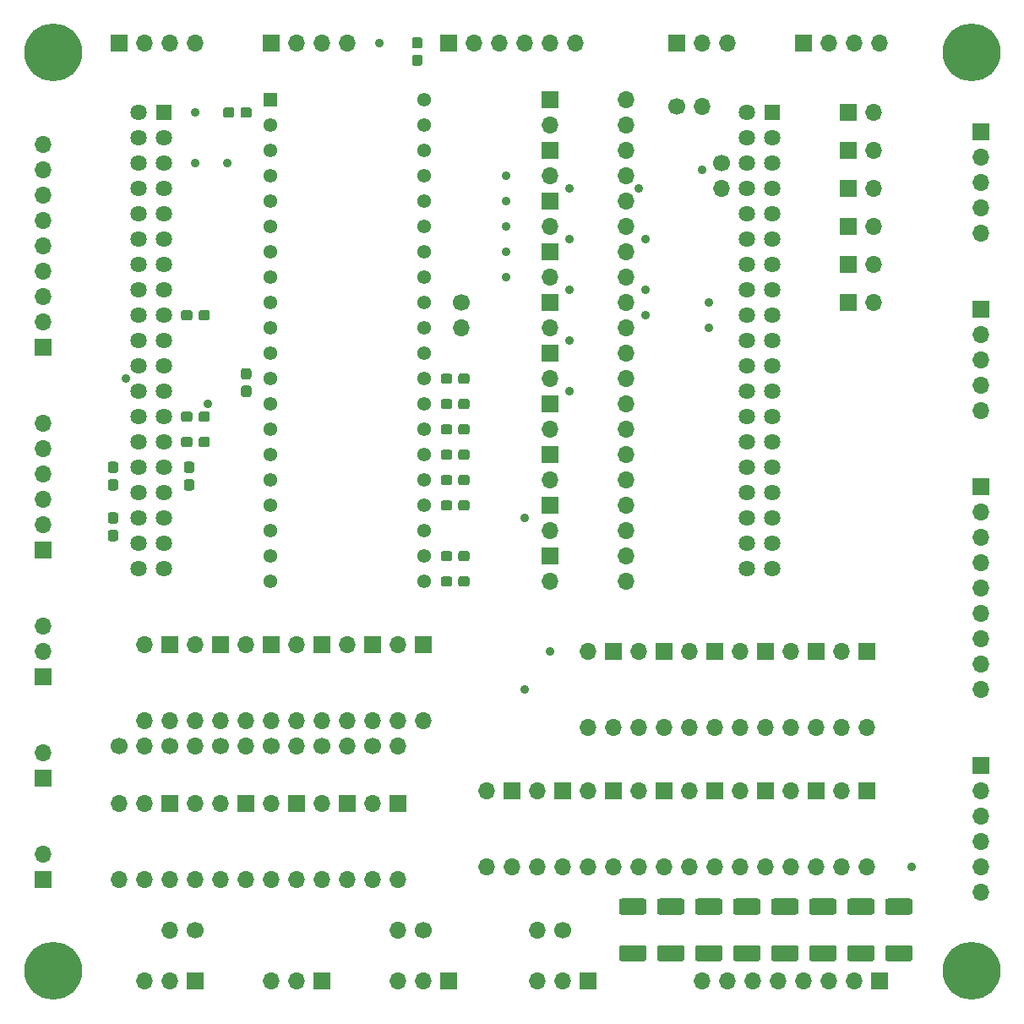
<source format=gts>
G04 #@! TF.GenerationSoftware,KiCad,Pcbnew,(5.1.6)-1*
G04 #@! TF.CreationDate,2023-04-05T00:11:33+09:00*
G04 #@! TF.ProjectId,SubPCB,53756250-4342-42e6-9b69-6361645f7063,rev?*
G04 #@! TF.SameCoordinates,Original*
G04 #@! TF.FileFunction,Soldermask,Top*
G04 #@! TF.FilePolarity,Negative*
%FSLAX46Y46*%
G04 Gerber Fmt 4.6, Leading zero omitted, Abs format (unit mm)*
G04 Created by KiCad (PCBNEW (5.1.6)-1) date 2023-04-05 00:11:33*
%MOMM*%
%LPD*%
G01*
G04 APERTURE LIST*
%ADD10O,1.700000X1.700000*%
%ADD11R,1.700000X1.700000*%
%ADD12R,1.630000X1.630000*%
%ADD13C,1.630000*%
%ADD14C,1.700000*%
%ADD15C,1.380000*%
%ADD16R,1.380000X1.380000*%
%ADD17C,5.800000*%
%ADD18C,0.900000*%
G04 APERTURE END LIST*
D10*
X83185000Y-6985000D03*
D11*
X80645000Y-6985000D03*
D10*
X83185000Y-10795000D03*
D11*
X80645000Y-10795000D03*
D10*
X83185000Y-14605000D03*
D11*
X80645000Y-14605000D03*
D10*
X83185000Y-18415000D03*
D11*
X80645000Y-18415000D03*
D10*
X83185000Y-22225000D03*
D11*
X80645000Y-22225000D03*
D10*
X83185000Y-26035000D03*
D11*
X80645000Y-26035000D03*
D12*
X73025000Y-6985000D03*
D13*
X73025000Y-52705000D03*
X70485000Y-6985000D03*
X73025000Y-9525000D03*
X70485000Y-9525000D03*
X73025000Y-12065000D03*
X70485000Y-12065000D03*
X73025000Y-14605000D03*
X70485000Y-14605000D03*
X73025000Y-17145000D03*
X70485000Y-17145000D03*
X73025000Y-19685000D03*
X70485000Y-19685000D03*
X73025000Y-22225000D03*
X70485000Y-22225000D03*
X73025000Y-24765000D03*
X70485000Y-24765000D03*
X73025000Y-27305000D03*
X70485000Y-27305000D03*
X73025000Y-29845000D03*
X70485000Y-29845000D03*
X73025000Y-32385000D03*
X70485000Y-32385000D03*
X73025000Y-34925000D03*
X70485000Y-34925000D03*
X73025000Y-37465000D03*
X70485000Y-37465000D03*
X73025000Y-40005000D03*
X70485000Y-40005000D03*
X73025000Y-42545000D03*
X70485000Y-42545000D03*
X73025000Y-45085000D03*
X70485000Y-45085000D03*
X73025000Y-47625000D03*
X70485000Y-47625000D03*
X73025000Y-50165000D03*
X70485000Y-50165000D03*
X70485000Y-52705000D03*
D12*
X12065000Y-6985000D03*
D13*
X12065000Y-52705000D03*
X9525000Y-6985000D03*
X12065000Y-9525000D03*
X9525000Y-9525000D03*
X12065000Y-12065000D03*
X9525000Y-12065000D03*
X12065000Y-14605000D03*
X9525000Y-14605000D03*
X12065000Y-17145000D03*
X9525000Y-17145000D03*
X12065000Y-19685000D03*
X9525000Y-19685000D03*
X12065000Y-22225000D03*
X9525000Y-22225000D03*
X12065000Y-24765000D03*
X9525000Y-24765000D03*
X12065000Y-27305000D03*
X9525000Y-27305000D03*
X12065000Y-29845000D03*
X9525000Y-29845000D03*
X12065000Y-32385000D03*
X9525000Y-32385000D03*
X12065000Y-34925000D03*
X9525000Y-34925000D03*
X12065000Y-37465000D03*
X9525000Y-37465000D03*
X12065000Y-40005000D03*
X9525000Y-40005000D03*
X12065000Y-42545000D03*
X9525000Y-42545000D03*
X12065000Y-45085000D03*
X9525000Y-45085000D03*
X12065000Y-47625000D03*
X9525000Y-47625000D03*
X12065000Y-50165000D03*
X9525000Y-50165000D03*
X9525000Y-52705000D03*
G36*
G01*
X20582500Y-33750000D02*
X20057500Y-33750000D01*
G75*
G02*
X19795000Y-33487500I0J262500D01*
G01*
X19795000Y-32862500D01*
G75*
G02*
X20057500Y-32600000I262500J0D01*
G01*
X20582500Y-32600000D01*
G75*
G02*
X20845000Y-32862500I0J-262500D01*
G01*
X20845000Y-33487500D01*
G75*
G02*
X20582500Y-33750000I-262500J0D01*
G01*
G37*
G36*
G01*
X20582500Y-35500000D02*
X20057500Y-35500000D01*
G75*
G02*
X19795000Y-35237500I0J262500D01*
G01*
X19795000Y-34612500D01*
G75*
G02*
X20057500Y-34350000I262500J0D01*
G01*
X20582500Y-34350000D01*
G75*
G02*
X20845000Y-34612500I0J-262500D01*
G01*
X20845000Y-35237500D01*
G75*
G02*
X20582500Y-35500000I-262500J0D01*
G01*
G37*
G36*
G01*
X19745000Y-7247500D02*
X19745000Y-6722500D01*
G75*
G02*
X20007500Y-6460000I262500J0D01*
G01*
X20632500Y-6460000D01*
G75*
G02*
X20895000Y-6722500I0J-262500D01*
G01*
X20895000Y-7247500D01*
G75*
G02*
X20632500Y-7510000I-262500J0D01*
G01*
X20007500Y-7510000D01*
G75*
G02*
X19745000Y-7247500I0J262500D01*
G01*
G37*
G36*
G01*
X17995000Y-7247500D02*
X17995000Y-6722500D01*
G75*
G02*
X18257500Y-6460000I262500J0D01*
G01*
X18882500Y-6460000D01*
G75*
G02*
X19145000Y-6722500I0J-262500D01*
G01*
X19145000Y-7247500D01*
G75*
G02*
X18882500Y-7510000I-262500J0D01*
G01*
X18257500Y-7510000D01*
G75*
G02*
X17995000Y-7247500I0J262500D01*
G01*
G37*
D10*
X25400000Y-93980000D03*
X22860000Y-93980000D03*
D11*
X27940000Y-93980000D03*
X76200000Y0D03*
D10*
X81280000Y0D03*
X78740000Y0D03*
X83820000Y0D03*
X93980000Y-52070000D03*
X93980000Y-46990000D03*
X93980000Y-49530000D03*
D11*
X93980000Y-44450000D03*
D10*
X93980000Y-54610000D03*
X93980000Y-57150000D03*
X93980000Y-59690000D03*
X93980000Y-62230000D03*
X93980000Y-64770000D03*
X46990000Y-82550000D03*
X44450000Y-74930000D03*
X44450000Y-82550000D03*
D11*
X46990000Y-74930000D03*
D10*
X52070000Y-82550000D03*
X49530000Y-74930000D03*
X49530000Y-82550000D03*
D11*
X52070000Y-74930000D03*
D10*
X57150000Y-82550000D03*
X54610000Y-74930000D03*
X54610000Y-82550000D03*
D11*
X57150000Y-74930000D03*
D10*
X62230000Y-82550000D03*
X59690000Y-74930000D03*
X59690000Y-82550000D03*
D11*
X62230000Y-74930000D03*
D10*
X67310000Y-82550000D03*
X64770000Y-74930000D03*
X64770000Y-82550000D03*
D11*
X67310000Y-74930000D03*
D10*
X72390000Y-82550000D03*
X69850000Y-74930000D03*
X69850000Y-82550000D03*
D11*
X72390000Y-74930000D03*
D10*
X77470000Y-82550000D03*
X74930000Y-74930000D03*
X74930000Y-82550000D03*
D11*
X77470000Y-74930000D03*
D10*
X82550000Y-82550000D03*
X80010000Y-74930000D03*
X80010000Y-82550000D03*
D11*
X82550000Y-74930000D03*
D10*
X57150000Y-68580000D03*
X54610000Y-60960000D03*
X54610000Y-68580000D03*
D11*
X57150000Y-60960000D03*
D10*
X62230000Y-68580000D03*
X59690000Y-60960000D03*
X59690000Y-68580000D03*
D11*
X62230000Y-60960000D03*
D10*
X67310000Y-68580000D03*
X64770000Y-60960000D03*
X64770000Y-68580000D03*
D11*
X67310000Y-60960000D03*
D10*
X72390000Y-68580000D03*
X69850000Y-60960000D03*
X69850000Y-68580000D03*
D11*
X72390000Y-60960000D03*
D10*
X77470000Y-68580000D03*
X74930000Y-60960000D03*
X74930000Y-68580000D03*
D11*
X77470000Y-60960000D03*
D10*
X82550000Y-68580000D03*
X80010000Y-60960000D03*
X80010000Y-68580000D03*
D11*
X82550000Y-60960000D03*
D10*
X58420000Y-51435000D03*
X50800000Y-53975000D03*
X58420000Y-53975000D03*
D11*
X50800000Y-51435000D03*
D10*
X58420000Y-46355000D03*
X50800000Y-48895000D03*
X58420000Y-48895000D03*
D11*
X50800000Y-46355000D03*
D10*
X58420000Y-41275000D03*
X50800000Y-43815000D03*
X58420000Y-43815000D03*
D11*
X50800000Y-41275000D03*
D10*
X58420000Y-36195000D03*
X50800000Y-38735000D03*
X58420000Y-38735000D03*
D11*
X50800000Y-36195000D03*
D10*
X58420000Y-31115000D03*
X50800000Y-33655000D03*
X58420000Y-33655000D03*
D11*
X50800000Y-31115000D03*
D10*
X58420000Y-26035000D03*
X50800000Y-28575000D03*
X58420000Y-28575000D03*
D11*
X50800000Y-26035000D03*
D10*
X58420000Y-20955000D03*
X50800000Y-23495000D03*
X58420000Y-23495000D03*
D11*
X50800000Y-20955000D03*
D10*
X58420000Y-15875000D03*
X50800000Y-18415000D03*
X58420000Y-18415000D03*
D11*
X50800000Y-15875000D03*
D10*
X58420000Y-10795000D03*
X50800000Y-13335000D03*
X58420000Y-13335000D03*
D11*
X50800000Y-10795000D03*
D10*
X58420000Y-5715000D03*
X50800000Y-8255000D03*
X58420000Y-8255000D03*
D11*
X50800000Y-5715000D03*
D10*
X12700000Y-67945000D03*
X10160000Y-60325000D03*
X10160000Y-67945000D03*
D11*
X12700000Y-60325000D03*
D10*
X17780000Y-67945000D03*
X15240000Y-60325000D03*
X15240000Y-67945000D03*
D11*
X17780000Y-60325000D03*
D10*
X22860000Y-67945000D03*
X20320000Y-60325000D03*
X20320000Y-67945000D03*
D11*
X22860000Y-60325000D03*
D10*
X27940000Y-67945000D03*
X25400000Y-60325000D03*
X25400000Y-67945000D03*
D11*
X27940000Y-60325000D03*
D10*
X33020000Y-67945000D03*
X30480000Y-60325000D03*
X30480000Y-67945000D03*
D11*
X33020000Y-60325000D03*
D10*
X38100000Y-67945000D03*
X35560000Y-60325000D03*
X35560000Y-67945000D03*
D11*
X38100000Y-60325000D03*
D10*
X25400000Y-83820000D03*
X22860000Y-76200000D03*
X22860000Y-83820000D03*
D11*
X25400000Y-76200000D03*
D10*
X30480000Y-83820000D03*
X27940000Y-76200000D03*
X27940000Y-83820000D03*
D11*
X30480000Y-76200000D03*
D10*
X35560000Y-83820000D03*
X33020000Y-76200000D03*
X33020000Y-83820000D03*
D11*
X35560000Y-76200000D03*
D10*
X12700000Y-83820000D03*
X7620000Y-76200000D03*
X10160000Y-83820000D03*
X10160000Y-76200000D03*
X7620000Y-83820000D03*
D11*
X12700000Y-76200000D03*
D10*
X20320000Y-83820000D03*
X15240000Y-76200000D03*
X17780000Y-83820000D03*
X17780000Y-76200000D03*
X15240000Y-83820000D03*
D11*
X20320000Y-76200000D03*
G36*
G01*
X37727500Y-575000D02*
X37202500Y-575000D01*
G75*
G02*
X36940000Y-312500I0J262500D01*
G01*
X36940000Y312500D01*
G75*
G02*
X37202500Y575000I262500J0D01*
G01*
X37727500Y575000D01*
G75*
G02*
X37990000Y312500I0J-262500D01*
G01*
X37990000Y-312500D01*
G75*
G02*
X37727500Y-575000I-262500J0D01*
G01*
G37*
G36*
G01*
X37727500Y-2325000D02*
X37202500Y-2325000D01*
G75*
G02*
X36940000Y-2062500I0J262500D01*
G01*
X36940000Y-1437500D01*
G75*
G02*
X37202500Y-1175000I262500J0D01*
G01*
X37727500Y-1175000D01*
G75*
G02*
X37990000Y-1437500I0J-262500D01*
G01*
X37990000Y-2062500D01*
G75*
G02*
X37727500Y-2325000I-262500J0D01*
G01*
G37*
G36*
G01*
X60163608Y-87375000D02*
X57946392Y-87375000D01*
G75*
G02*
X57680000Y-87108608I0J266392D01*
G01*
X57680000Y-86016392D01*
G75*
G02*
X57946392Y-85750000I266392J0D01*
G01*
X60163608Y-85750000D01*
G75*
G02*
X60430000Y-86016392I0J-266392D01*
G01*
X60430000Y-87108608D01*
G75*
G02*
X60163608Y-87375000I-266392J0D01*
G01*
G37*
G36*
G01*
X60163608Y-92050000D02*
X57946392Y-92050000D01*
G75*
G02*
X57680000Y-91783608I0J266392D01*
G01*
X57680000Y-90691392D01*
G75*
G02*
X57946392Y-90425000I266392J0D01*
G01*
X60163608Y-90425000D01*
G75*
G02*
X60430000Y-90691392I0J-266392D01*
G01*
X60430000Y-91783608D01*
G75*
G02*
X60163608Y-92050000I-266392J0D01*
G01*
G37*
G36*
G01*
X63973608Y-87375000D02*
X61756392Y-87375000D01*
G75*
G02*
X61490000Y-87108608I0J266392D01*
G01*
X61490000Y-86016392D01*
G75*
G02*
X61756392Y-85750000I266392J0D01*
G01*
X63973608Y-85750000D01*
G75*
G02*
X64240000Y-86016392I0J-266392D01*
G01*
X64240000Y-87108608D01*
G75*
G02*
X63973608Y-87375000I-266392J0D01*
G01*
G37*
G36*
G01*
X63973608Y-92050000D02*
X61756392Y-92050000D01*
G75*
G02*
X61490000Y-91783608I0J266392D01*
G01*
X61490000Y-90691392D01*
G75*
G02*
X61756392Y-90425000I266392J0D01*
G01*
X63973608Y-90425000D01*
G75*
G02*
X64240000Y-90691392I0J-266392D01*
G01*
X64240000Y-91783608D01*
G75*
G02*
X63973608Y-92050000I-266392J0D01*
G01*
G37*
G36*
G01*
X67783608Y-87375000D02*
X65566392Y-87375000D01*
G75*
G02*
X65300000Y-87108608I0J266392D01*
G01*
X65300000Y-86016392D01*
G75*
G02*
X65566392Y-85750000I266392J0D01*
G01*
X67783608Y-85750000D01*
G75*
G02*
X68050000Y-86016392I0J-266392D01*
G01*
X68050000Y-87108608D01*
G75*
G02*
X67783608Y-87375000I-266392J0D01*
G01*
G37*
G36*
G01*
X67783608Y-92050000D02*
X65566392Y-92050000D01*
G75*
G02*
X65300000Y-91783608I0J266392D01*
G01*
X65300000Y-90691392D01*
G75*
G02*
X65566392Y-90425000I266392J0D01*
G01*
X67783608Y-90425000D01*
G75*
G02*
X68050000Y-90691392I0J-266392D01*
G01*
X68050000Y-91783608D01*
G75*
G02*
X67783608Y-92050000I-266392J0D01*
G01*
G37*
G36*
G01*
X71593608Y-87375000D02*
X69376392Y-87375000D01*
G75*
G02*
X69110000Y-87108608I0J266392D01*
G01*
X69110000Y-86016392D01*
G75*
G02*
X69376392Y-85750000I266392J0D01*
G01*
X71593608Y-85750000D01*
G75*
G02*
X71860000Y-86016392I0J-266392D01*
G01*
X71860000Y-87108608D01*
G75*
G02*
X71593608Y-87375000I-266392J0D01*
G01*
G37*
G36*
G01*
X71593608Y-92050000D02*
X69376392Y-92050000D01*
G75*
G02*
X69110000Y-91783608I0J266392D01*
G01*
X69110000Y-90691392D01*
G75*
G02*
X69376392Y-90425000I266392J0D01*
G01*
X71593608Y-90425000D01*
G75*
G02*
X71860000Y-90691392I0J-266392D01*
G01*
X71860000Y-91783608D01*
G75*
G02*
X71593608Y-92050000I-266392J0D01*
G01*
G37*
G36*
G01*
X75403608Y-87375000D02*
X73186392Y-87375000D01*
G75*
G02*
X72920000Y-87108608I0J266392D01*
G01*
X72920000Y-86016392D01*
G75*
G02*
X73186392Y-85750000I266392J0D01*
G01*
X75403608Y-85750000D01*
G75*
G02*
X75670000Y-86016392I0J-266392D01*
G01*
X75670000Y-87108608D01*
G75*
G02*
X75403608Y-87375000I-266392J0D01*
G01*
G37*
G36*
G01*
X75403608Y-92050000D02*
X73186392Y-92050000D01*
G75*
G02*
X72920000Y-91783608I0J266392D01*
G01*
X72920000Y-90691392D01*
G75*
G02*
X73186392Y-90425000I266392J0D01*
G01*
X75403608Y-90425000D01*
G75*
G02*
X75670000Y-90691392I0J-266392D01*
G01*
X75670000Y-91783608D01*
G75*
G02*
X75403608Y-92050000I-266392J0D01*
G01*
G37*
G36*
G01*
X79213608Y-87375000D02*
X76996392Y-87375000D01*
G75*
G02*
X76730000Y-87108608I0J266392D01*
G01*
X76730000Y-86016392D01*
G75*
G02*
X76996392Y-85750000I266392J0D01*
G01*
X79213608Y-85750000D01*
G75*
G02*
X79480000Y-86016392I0J-266392D01*
G01*
X79480000Y-87108608D01*
G75*
G02*
X79213608Y-87375000I-266392J0D01*
G01*
G37*
G36*
G01*
X79213608Y-92050000D02*
X76996392Y-92050000D01*
G75*
G02*
X76730000Y-91783608I0J266392D01*
G01*
X76730000Y-90691392D01*
G75*
G02*
X76996392Y-90425000I266392J0D01*
G01*
X79213608Y-90425000D01*
G75*
G02*
X79480000Y-90691392I0J-266392D01*
G01*
X79480000Y-91783608D01*
G75*
G02*
X79213608Y-92050000I-266392J0D01*
G01*
G37*
G36*
G01*
X83023608Y-87375000D02*
X80806392Y-87375000D01*
G75*
G02*
X80540000Y-87108608I0J266392D01*
G01*
X80540000Y-86016392D01*
G75*
G02*
X80806392Y-85750000I266392J0D01*
G01*
X83023608Y-85750000D01*
G75*
G02*
X83290000Y-86016392I0J-266392D01*
G01*
X83290000Y-87108608D01*
G75*
G02*
X83023608Y-87375000I-266392J0D01*
G01*
G37*
G36*
G01*
X83023608Y-92050000D02*
X80806392Y-92050000D01*
G75*
G02*
X80540000Y-91783608I0J266392D01*
G01*
X80540000Y-90691392D01*
G75*
G02*
X80806392Y-90425000I266392J0D01*
G01*
X83023608Y-90425000D01*
G75*
G02*
X83290000Y-90691392I0J-266392D01*
G01*
X83290000Y-91783608D01*
G75*
G02*
X83023608Y-92050000I-266392J0D01*
G01*
G37*
G36*
G01*
X86833608Y-87375000D02*
X84616392Y-87375000D01*
G75*
G02*
X84350000Y-87108608I0J266392D01*
G01*
X84350000Y-86016392D01*
G75*
G02*
X84616392Y-85750000I266392J0D01*
G01*
X86833608Y-85750000D01*
G75*
G02*
X87100000Y-86016392I0J-266392D01*
G01*
X87100000Y-87108608D01*
G75*
G02*
X86833608Y-87375000I-266392J0D01*
G01*
G37*
G36*
G01*
X86833608Y-92050000D02*
X84616392Y-92050000D01*
G75*
G02*
X84350000Y-91783608I0J266392D01*
G01*
X84350000Y-90691392D01*
G75*
G02*
X84616392Y-90425000I266392J0D01*
G01*
X86833608Y-90425000D01*
G75*
G02*
X87100000Y-90691392I0J-266392D01*
G01*
X87100000Y-91783608D01*
G75*
G02*
X86833608Y-92050000I-266392J0D01*
G01*
G37*
G36*
G01*
X40975000Y-53712500D02*
X40975000Y-54237500D01*
G75*
G02*
X40712500Y-54500000I-262500J0D01*
G01*
X40087500Y-54500000D01*
G75*
G02*
X39825000Y-54237500I0J262500D01*
G01*
X39825000Y-53712500D01*
G75*
G02*
X40087500Y-53450000I262500J0D01*
G01*
X40712500Y-53450000D01*
G75*
G02*
X40975000Y-53712500I0J-262500D01*
G01*
G37*
G36*
G01*
X42725000Y-53712500D02*
X42725000Y-54237500D01*
G75*
G02*
X42462500Y-54500000I-262500J0D01*
G01*
X41837500Y-54500000D01*
G75*
G02*
X41575000Y-54237500I0J262500D01*
G01*
X41575000Y-53712500D01*
G75*
G02*
X41837500Y-53450000I262500J0D01*
G01*
X42462500Y-53450000D01*
G75*
G02*
X42725000Y-53712500I0J-262500D01*
G01*
G37*
G36*
G01*
X40975000Y-51172500D02*
X40975000Y-51697500D01*
G75*
G02*
X40712500Y-51960000I-262500J0D01*
G01*
X40087500Y-51960000D01*
G75*
G02*
X39825000Y-51697500I0J262500D01*
G01*
X39825000Y-51172500D01*
G75*
G02*
X40087500Y-50910000I262500J0D01*
G01*
X40712500Y-50910000D01*
G75*
G02*
X40975000Y-51172500I0J-262500D01*
G01*
G37*
G36*
G01*
X42725000Y-51172500D02*
X42725000Y-51697500D01*
G75*
G02*
X42462500Y-51960000I-262500J0D01*
G01*
X41837500Y-51960000D01*
G75*
G02*
X41575000Y-51697500I0J262500D01*
G01*
X41575000Y-51172500D01*
G75*
G02*
X41837500Y-50910000I262500J0D01*
G01*
X42462500Y-50910000D01*
G75*
G02*
X42725000Y-51172500I0J-262500D01*
G01*
G37*
G36*
G01*
X40975000Y-46092500D02*
X40975000Y-46617500D01*
G75*
G02*
X40712500Y-46880000I-262500J0D01*
G01*
X40087500Y-46880000D01*
G75*
G02*
X39825000Y-46617500I0J262500D01*
G01*
X39825000Y-46092500D01*
G75*
G02*
X40087500Y-45830000I262500J0D01*
G01*
X40712500Y-45830000D01*
G75*
G02*
X40975000Y-46092500I0J-262500D01*
G01*
G37*
G36*
G01*
X42725000Y-46092500D02*
X42725000Y-46617500D01*
G75*
G02*
X42462500Y-46880000I-262500J0D01*
G01*
X41837500Y-46880000D01*
G75*
G02*
X41575000Y-46617500I0J262500D01*
G01*
X41575000Y-46092500D01*
G75*
G02*
X41837500Y-45830000I262500J0D01*
G01*
X42462500Y-45830000D01*
G75*
G02*
X42725000Y-46092500I0J-262500D01*
G01*
G37*
G36*
G01*
X40975000Y-43552500D02*
X40975000Y-44077500D01*
G75*
G02*
X40712500Y-44340000I-262500J0D01*
G01*
X40087500Y-44340000D01*
G75*
G02*
X39825000Y-44077500I0J262500D01*
G01*
X39825000Y-43552500D01*
G75*
G02*
X40087500Y-43290000I262500J0D01*
G01*
X40712500Y-43290000D01*
G75*
G02*
X40975000Y-43552500I0J-262500D01*
G01*
G37*
G36*
G01*
X42725000Y-43552500D02*
X42725000Y-44077500D01*
G75*
G02*
X42462500Y-44340000I-262500J0D01*
G01*
X41837500Y-44340000D01*
G75*
G02*
X41575000Y-44077500I0J262500D01*
G01*
X41575000Y-43552500D01*
G75*
G02*
X41837500Y-43290000I262500J0D01*
G01*
X42462500Y-43290000D01*
G75*
G02*
X42725000Y-43552500I0J-262500D01*
G01*
G37*
G36*
G01*
X40975000Y-41012500D02*
X40975000Y-41537500D01*
G75*
G02*
X40712500Y-41800000I-262500J0D01*
G01*
X40087500Y-41800000D01*
G75*
G02*
X39825000Y-41537500I0J262500D01*
G01*
X39825000Y-41012500D01*
G75*
G02*
X40087500Y-40750000I262500J0D01*
G01*
X40712500Y-40750000D01*
G75*
G02*
X40975000Y-41012500I0J-262500D01*
G01*
G37*
G36*
G01*
X42725000Y-41012500D02*
X42725000Y-41537500D01*
G75*
G02*
X42462500Y-41800000I-262500J0D01*
G01*
X41837500Y-41800000D01*
G75*
G02*
X41575000Y-41537500I0J262500D01*
G01*
X41575000Y-41012500D01*
G75*
G02*
X41837500Y-40750000I262500J0D01*
G01*
X42462500Y-40750000D01*
G75*
G02*
X42725000Y-41012500I0J-262500D01*
G01*
G37*
G36*
G01*
X40975000Y-38472500D02*
X40975000Y-38997500D01*
G75*
G02*
X40712500Y-39260000I-262500J0D01*
G01*
X40087500Y-39260000D01*
G75*
G02*
X39825000Y-38997500I0J262500D01*
G01*
X39825000Y-38472500D01*
G75*
G02*
X40087500Y-38210000I262500J0D01*
G01*
X40712500Y-38210000D01*
G75*
G02*
X40975000Y-38472500I0J-262500D01*
G01*
G37*
G36*
G01*
X42725000Y-38472500D02*
X42725000Y-38997500D01*
G75*
G02*
X42462500Y-39260000I-262500J0D01*
G01*
X41837500Y-39260000D01*
G75*
G02*
X41575000Y-38997500I0J262500D01*
G01*
X41575000Y-38472500D01*
G75*
G02*
X41837500Y-38210000I262500J0D01*
G01*
X42462500Y-38210000D01*
G75*
G02*
X42725000Y-38472500I0J-262500D01*
G01*
G37*
G36*
G01*
X40975000Y-35932500D02*
X40975000Y-36457500D01*
G75*
G02*
X40712500Y-36720000I-262500J0D01*
G01*
X40087500Y-36720000D01*
G75*
G02*
X39825000Y-36457500I0J262500D01*
G01*
X39825000Y-35932500D01*
G75*
G02*
X40087500Y-35670000I262500J0D01*
G01*
X40712500Y-35670000D01*
G75*
G02*
X40975000Y-35932500I0J-262500D01*
G01*
G37*
G36*
G01*
X42725000Y-35932500D02*
X42725000Y-36457500D01*
G75*
G02*
X42462500Y-36720000I-262500J0D01*
G01*
X41837500Y-36720000D01*
G75*
G02*
X41575000Y-36457500I0J262500D01*
G01*
X41575000Y-35932500D01*
G75*
G02*
X41837500Y-35670000I262500J0D01*
G01*
X42462500Y-35670000D01*
G75*
G02*
X42725000Y-35932500I0J-262500D01*
G01*
G37*
G36*
G01*
X40975000Y-33392500D02*
X40975000Y-33917500D01*
G75*
G02*
X40712500Y-34180000I-262500J0D01*
G01*
X40087500Y-34180000D01*
G75*
G02*
X39825000Y-33917500I0J262500D01*
G01*
X39825000Y-33392500D01*
G75*
G02*
X40087500Y-33130000I262500J0D01*
G01*
X40712500Y-33130000D01*
G75*
G02*
X40975000Y-33392500I0J-262500D01*
G01*
G37*
G36*
G01*
X42725000Y-33392500D02*
X42725000Y-33917500D01*
G75*
G02*
X42462500Y-34180000I-262500J0D01*
G01*
X41837500Y-34180000D01*
G75*
G02*
X41575000Y-33917500I0J262500D01*
G01*
X41575000Y-33392500D01*
G75*
G02*
X41837500Y-33130000I262500J0D01*
G01*
X42462500Y-33130000D01*
G75*
G02*
X42725000Y-33392500I0J-262500D01*
G01*
G37*
D10*
X10160000Y-70485000D03*
D14*
X7620000Y-70485000D03*
D10*
X15240000Y-70485000D03*
D14*
X12700000Y-70485000D03*
D10*
X20320000Y-70485000D03*
D14*
X17780000Y-70485000D03*
D10*
X25400000Y-70485000D03*
D14*
X22860000Y-70485000D03*
D10*
X30480000Y-70485000D03*
D14*
X27940000Y-70485000D03*
D10*
X35560000Y-70485000D03*
D14*
X33020000Y-70485000D03*
G36*
G01*
X7247500Y-43120000D02*
X6722500Y-43120000D01*
G75*
G02*
X6460000Y-42857500I0J262500D01*
G01*
X6460000Y-42232500D01*
G75*
G02*
X6722500Y-41970000I262500J0D01*
G01*
X7247500Y-41970000D01*
G75*
G02*
X7510000Y-42232500I0J-262500D01*
G01*
X7510000Y-42857500D01*
G75*
G02*
X7247500Y-43120000I-262500J0D01*
G01*
G37*
G36*
G01*
X7247500Y-44870000D02*
X6722500Y-44870000D01*
G75*
G02*
X6460000Y-44607500I0J262500D01*
G01*
X6460000Y-43982500D01*
G75*
G02*
X6722500Y-43720000I262500J0D01*
G01*
X7247500Y-43720000D01*
G75*
G02*
X7510000Y-43982500I0J-262500D01*
G01*
X7510000Y-44607500D01*
G75*
G02*
X7247500Y-44870000I-262500J0D01*
G01*
G37*
G36*
G01*
X7247500Y-48200000D02*
X6722500Y-48200000D01*
G75*
G02*
X6460000Y-47937500I0J262500D01*
G01*
X6460000Y-47312500D01*
G75*
G02*
X6722500Y-47050000I262500J0D01*
G01*
X7247500Y-47050000D01*
G75*
G02*
X7510000Y-47312500I0J-262500D01*
G01*
X7510000Y-47937500D01*
G75*
G02*
X7247500Y-48200000I-262500J0D01*
G01*
G37*
G36*
G01*
X7247500Y-49950000D02*
X6722500Y-49950000D01*
G75*
G02*
X6460000Y-49687500I0J262500D01*
G01*
X6460000Y-49062500D01*
G75*
G02*
X6722500Y-48800000I262500J0D01*
G01*
X7247500Y-48800000D01*
G75*
G02*
X7510000Y-49062500I0J-262500D01*
G01*
X7510000Y-49687500D01*
G75*
G02*
X7247500Y-49950000I-262500J0D01*
G01*
G37*
G36*
G01*
X14867500Y-43120000D02*
X14342500Y-43120000D01*
G75*
G02*
X14080000Y-42857500I0J262500D01*
G01*
X14080000Y-42232500D01*
G75*
G02*
X14342500Y-41970000I262500J0D01*
G01*
X14867500Y-41970000D01*
G75*
G02*
X15130000Y-42232500I0J-262500D01*
G01*
X15130000Y-42857500D01*
G75*
G02*
X14867500Y-43120000I-262500J0D01*
G01*
G37*
G36*
G01*
X14867500Y-44870000D02*
X14342500Y-44870000D01*
G75*
G02*
X14080000Y-44607500I0J262500D01*
G01*
X14080000Y-43982500D01*
G75*
G02*
X14342500Y-43720000I262500J0D01*
G01*
X14867500Y-43720000D01*
G75*
G02*
X15130000Y-43982500I0J-262500D01*
G01*
X15130000Y-44607500D01*
G75*
G02*
X14867500Y-44870000I-262500J0D01*
G01*
G37*
G36*
G01*
X14940000Y-39742500D02*
X14940000Y-40267500D01*
G75*
G02*
X14677500Y-40530000I-262500J0D01*
G01*
X14052500Y-40530000D01*
G75*
G02*
X13790000Y-40267500I0J262500D01*
G01*
X13790000Y-39742500D01*
G75*
G02*
X14052500Y-39480000I262500J0D01*
G01*
X14677500Y-39480000D01*
G75*
G02*
X14940000Y-39742500I0J-262500D01*
G01*
G37*
G36*
G01*
X16690000Y-39742500D02*
X16690000Y-40267500D01*
G75*
G02*
X16427500Y-40530000I-262500J0D01*
G01*
X15802500Y-40530000D01*
G75*
G02*
X15540000Y-40267500I0J262500D01*
G01*
X15540000Y-39742500D01*
G75*
G02*
X15802500Y-39480000I262500J0D01*
G01*
X16427500Y-39480000D01*
G75*
G02*
X16690000Y-39742500I0J-262500D01*
G01*
G37*
G36*
G01*
X14940000Y-37202500D02*
X14940000Y-37727500D01*
G75*
G02*
X14677500Y-37990000I-262500J0D01*
G01*
X14052500Y-37990000D01*
G75*
G02*
X13790000Y-37727500I0J262500D01*
G01*
X13790000Y-37202500D01*
G75*
G02*
X14052500Y-36940000I262500J0D01*
G01*
X14677500Y-36940000D01*
G75*
G02*
X14940000Y-37202500I0J-262500D01*
G01*
G37*
G36*
G01*
X16690000Y-37202500D02*
X16690000Y-37727500D01*
G75*
G02*
X16427500Y-37990000I-262500J0D01*
G01*
X15802500Y-37990000D01*
G75*
G02*
X15540000Y-37727500I0J262500D01*
G01*
X15540000Y-37202500D01*
G75*
G02*
X15802500Y-36940000I262500J0D01*
G01*
X16427500Y-36940000D01*
G75*
G02*
X16690000Y-37202500I0J-262500D01*
G01*
G37*
G36*
G01*
X16690000Y-27042500D02*
X16690000Y-27567500D01*
G75*
G02*
X16427500Y-27830000I-262500J0D01*
G01*
X15802500Y-27830000D01*
G75*
G02*
X15540000Y-27567500I0J262500D01*
G01*
X15540000Y-27042500D01*
G75*
G02*
X15802500Y-26780000I262500J0D01*
G01*
X16427500Y-26780000D01*
G75*
G02*
X16690000Y-27042500I0J-262500D01*
G01*
G37*
G36*
G01*
X14940000Y-27042500D02*
X14940000Y-27567500D01*
G75*
G02*
X14677500Y-27830000I-262500J0D01*
G01*
X14052500Y-27830000D01*
G75*
G02*
X13790000Y-27567500I0J262500D01*
G01*
X13790000Y-27042500D01*
G75*
G02*
X14052500Y-26780000I262500J0D01*
G01*
X14677500Y-26780000D01*
G75*
G02*
X14940000Y-27042500I0J-262500D01*
G01*
G37*
D10*
X53340000Y0D03*
X50800000Y0D03*
D11*
X40640000Y0D03*
D10*
X45720000Y0D03*
X43180000Y0D03*
X48260000Y0D03*
D11*
X0Y-83820000D03*
D10*
X0Y-81280000D03*
X93980000Y-85090000D03*
X93980000Y-82550000D03*
D11*
X93980000Y-72390000D03*
D10*
X93980000Y-77470000D03*
X93980000Y-74930000D03*
X93980000Y-80010000D03*
X93980000Y-34290000D03*
X93980000Y-29210000D03*
X93980000Y-31750000D03*
D11*
X93980000Y-26670000D03*
D10*
X93980000Y-36830000D03*
X93980000Y-16510000D03*
X93980000Y-11430000D03*
X93980000Y-13970000D03*
D11*
X93980000Y-8890000D03*
D10*
X93980000Y-19050000D03*
X66040000Y-93980000D03*
X68580000Y-93980000D03*
X71120000Y-93980000D03*
X73660000Y-93980000D03*
D11*
X83820000Y-93980000D03*
D10*
X78740000Y-93980000D03*
X81280000Y-93980000D03*
X76200000Y-93980000D03*
X0Y-38100000D03*
X0Y-40640000D03*
D11*
X0Y-50800000D03*
D10*
X0Y-45720000D03*
X0Y-48260000D03*
X0Y-43180000D03*
X0Y-22860000D03*
X0Y-27940000D03*
X0Y-25400000D03*
D11*
X0Y-30480000D03*
D10*
X0Y-20320000D03*
X0Y-17780000D03*
X0Y-15240000D03*
X0Y-12700000D03*
X0Y-10160000D03*
X12700000Y-93980000D03*
X10160000Y-93980000D03*
D11*
X15240000Y-93980000D03*
D10*
X38100000Y-93980000D03*
X35560000Y-93980000D03*
D11*
X40640000Y-93980000D03*
D10*
X52070000Y-93980000D03*
X49530000Y-93980000D03*
D11*
X54610000Y-93980000D03*
D10*
X66040000Y0D03*
X68580000Y0D03*
D11*
X63500000Y0D03*
X0Y-73660000D03*
D10*
X0Y-71120000D03*
X0Y-60960000D03*
X0Y-58420000D03*
D11*
X0Y-63500000D03*
D14*
X41910000Y-26035000D03*
D10*
X41910000Y-28575000D03*
D14*
X67945000Y-12065000D03*
D10*
X67945000Y-14605000D03*
D14*
X15240000Y-88900000D03*
D10*
X12700000Y-88900000D03*
D14*
X38100000Y-88900000D03*
D10*
X35560000Y-88900000D03*
D14*
X52070000Y-88900000D03*
D10*
X49530000Y-88900000D03*
D14*
X63500000Y-6350000D03*
D10*
X66040000Y-6350000D03*
D11*
X22860000Y0D03*
D10*
X27940000Y0D03*
X25400000Y0D03*
X30480000Y0D03*
D11*
X7620000Y0D03*
D10*
X12700000Y0D03*
X10160000Y0D03*
X15240000Y0D03*
D15*
X38197500Y-5715000D03*
X38197500Y-8255000D03*
X38197500Y-10795000D03*
X38197500Y-13335000D03*
X38197500Y-15875000D03*
X38197500Y-18415000D03*
X38197500Y-20955000D03*
X38197500Y-23495000D03*
X38197500Y-26035000D03*
X38197500Y-28575000D03*
X38197500Y-31115000D03*
X38197500Y-33655000D03*
X38197500Y-36195000D03*
X38197500Y-38735000D03*
X38197500Y-41275000D03*
X38197500Y-43815000D03*
X38197500Y-46355000D03*
X38197500Y-48895000D03*
X38197500Y-51435000D03*
X38197500Y-53975000D03*
X22762500Y-53975000D03*
X22762500Y-51435000D03*
X22762500Y-48895000D03*
X22762500Y-46355000D03*
X22762500Y-43815000D03*
X22762500Y-41275000D03*
X22762500Y-38735000D03*
X22762500Y-36195000D03*
X22762500Y-33655000D03*
X22762500Y-31115000D03*
X22762500Y-28575000D03*
X22762500Y-26035000D03*
X22762500Y-23495000D03*
X22762500Y-20955000D03*
X22762500Y-18415000D03*
X22762500Y-15875000D03*
X22762500Y-13335000D03*
X22762500Y-10795000D03*
X22762500Y-8255000D03*
D16*
X22762500Y-5715000D03*
D17*
X92980000Y-92980000D03*
X1000000Y-92980000D03*
X92980000Y-1000000D03*
X1000000Y-1000000D03*
D18*
X15240000Y-12065000D03*
X18415000Y-12065000D03*
X66040000Y-12700000D03*
X50800000Y-60960000D03*
X86995000Y-82550000D03*
X15240000Y-6985000D03*
X8255000Y-33655000D03*
X48260000Y-47625000D03*
X48260000Y-64770000D03*
X16510000Y-36195000D03*
X33655000Y0D03*
X59690000Y-14605000D03*
X46355000Y-13335000D03*
X52705000Y-14605000D03*
X60325000Y-19685000D03*
X60325000Y-24765000D03*
X46355000Y-15875000D03*
X52705000Y-19685000D03*
X46355000Y-18415000D03*
X52705000Y-24765000D03*
X60325000Y-27305000D03*
X46355000Y-20955000D03*
X52705000Y-29845000D03*
X66675000Y-26035000D03*
X46355000Y-23495000D03*
X52705000Y-34925000D03*
X66675000Y-28575000D03*
M02*

</source>
